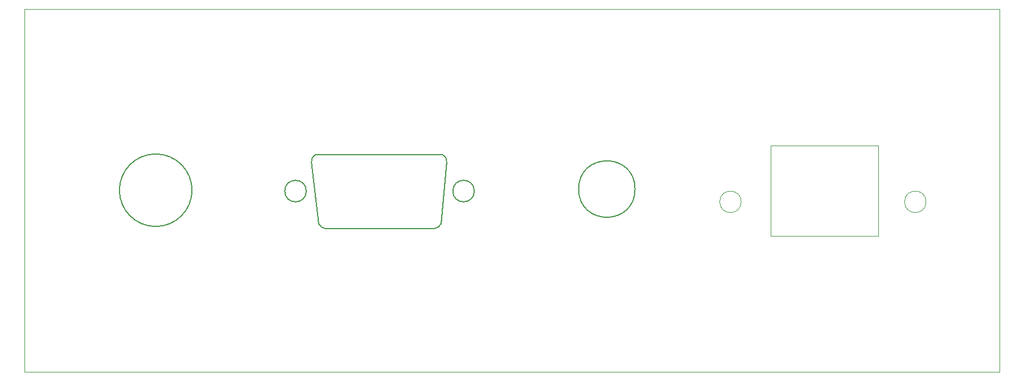
<source format=gbr>
%TF.GenerationSoftware,KiCad,Pcbnew,8.0.1*%
%TF.CreationDate,2025-08-11T12:06:48+02:00*%
%TF.ProjectId,SVX_Node_Case_back,5356585f-4e6f-4646-955f-436173655f62,rev?*%
%TF.SameCoordinates,Original*%
%TF.FileFunction,Profile,NP*%
%FSLAX46Y46*%
G04 Gerber Fmt 4.6, Leading zero omitted, Abs format (unit mm)*
G04 Created by KiCad (PCBNEW 8.0.1) date 2025-08-11 12:06:48*
%MOMM*%
%LPD*%
G01*
G04 APERTURE LIST*
%TA.AperFunction,Profile*%
%ADD10C,0.200000*%
%TD*%
%TA.AperFunction,Profile*%
%ADD11C,0.050000*%
%TD*%
G04 APERTURE END LIST*
D10*
X105410000Y-96970000D02*
G75*
G02*
X94610000Y-96970000I-5400000J0D01*
G01*
X94610000Y-96970000D02*
G75*
G02*
X105410000Y-96970000I5400000J0D01*
G01*
X142439741Y-101966814D02*
G75*
G02*
X141299999Y-102700021I-1099841J457214D01*
G01*
D11*
X191500000Y-90300000D02*
X207500000Y-90300000D01*
X207500000Y-103800000D01*
X191500000Y-103800000D01*
X191500000Y-90300000D01*
D10*
X123193339Y-92702638D02*
G75*
G02*
X123760609Y-91697018I909361J149838D01*
G01*
X171310000Y-96800000D02*
G75*
G02*
X162910000Y-96800000I-4200000J0D01*
G01*
X162910000Y-96800000D02*
G75*
G02*
X171310000Y-96800000I4200000J0D01*
G01*
X125300000Y-102699999D02*
X141300000Y-102700000D01*
X142439742Y-101966814D02*
X143280000Y-92710000D01*
X147400000Y-97100000D02*
G75*
G02*
X144200000Y-97100000I-1600000J0D01*
G01*
X144200000Y-97100000D02*
G75*
G02*
X147400000Y-97100000I1600000J0D01*
G01*
X123760614Y-91697031D02*
X142706733Y-91700000D01*
X122400000Y-97100000D02*
G75*
G02*
X119200000Y-97100000I-1600000J0D01*
G01*
X119200000Y-97100000D02*
G75*
G02*
X122400000Y-97100000I1600000J0D01*
G01*
X125300000Y-102699998D02*
G75*
G02*
X124273804Y-101967453I75200J1190398D01*
G01*
X142710000Y-91700000D02*
G75*
G02*
X143277286Y-92705609I-342100J-855800D01*
G01*
X124273766Y-101967469D02*
X123193338Y-92702638D01*
D11*
X187100000Y-98700000D02*
G75*
G02*
X183900000Y-98700000I-1600000J0D01*
G01*
X183900000Y-98700000D02*
G75*
G02*
X187100000Y-98700000I1600000J0D01*
G01*
X214600000Y-98700000D02*
G75*
G02*
X211400000Y-98700000I-1600000J0D01*
G01*
X211400000Y-98700000D02*
G75*
G02*
X214600000Y-98700000I1600000J0D01*
G01*
X80500000Y-70000000D02*
X225500000Y-70000000D01*
X225500000Y-124000000D01*
X80500000Y-124000000D01*
X80500000Y-70000000D01*
M02*

</source>
